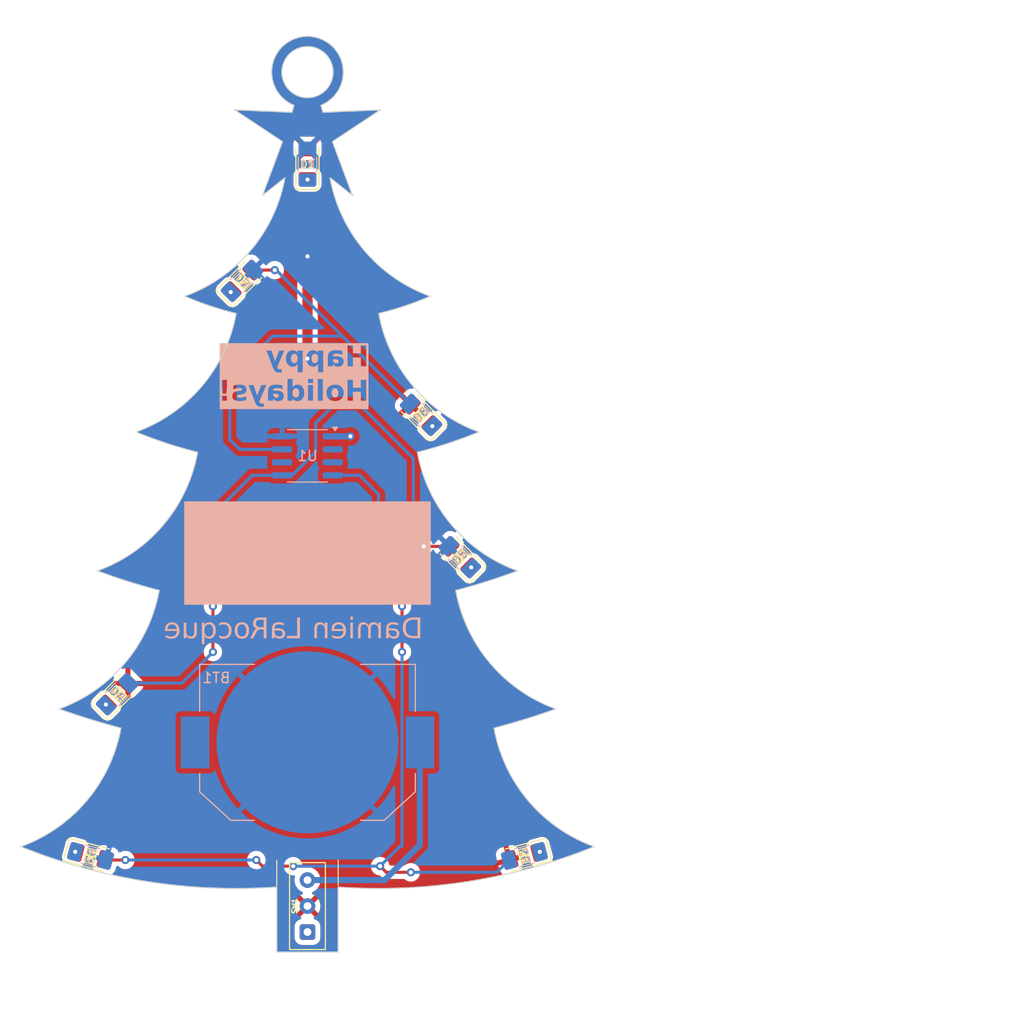
<source format=kicad_pcb>
(kicad_pcb (version 20240108) (generator "pcbnew") (generator_version "8.0")
  (title_block (title "Christmas Tree PCB") (date "2024-12-23") (company "Damien LaRocque") (comment 4 "Christmas Tree PCB Project - AtTiny"))
  (layers (0 "F.Cu" signal) (31 "B.Cu" signal) (34 "B.Paste" user) (35 "F.Paste" user) (36 "B.SilkS" user "B.Silkscreen") (37 "F.SilkS" user "F.Silkscreen") (38 "B.Mask" user) (39 "F.Mask" user) (44 "Edge.Cuts" user))
  (net 0 "")
  (net 1 "+3V0")
  (net 2 "GND")
  (net 3 "+BATT")
  (net 4 "Net-(D1-K)")
  (net 5 "Net-(D2-K)")
  (net 6 "Net-(D3-K)")
  (net 7 "/LED_A")
  (net 8 "Net-(D4-K)")
  (net 9 "Net-(D5-K)")
  (net 10 "/LED_B")
  (net 11 "Net-(D6-K)")
  (net 12 "Net-(D7-K)")
  (net 13 "/LED_C")
  (footprint "LED_SMD:LED_1206_3216Metric_Pad1.42x1.75mm_HandSolder" (layer "F.Cu") (at 111.4 117.8 45)
    (property "Reference" "D4" (at 0 0 -45) (layer "F.SilkS" knockout) (effects (font (size 0.8 0.8) (thickness 0.12))))
    (property "Value" "Red")
    (fp_line (start -2.46 -1.135) (end -2.46 1.135) (stroke (width 0.12)) (layer "F.SilkS"))
    (fp_line (start -2.46 1.135) (end 1.6 1.135) (stroke (width 0.12)) (layer "F.SilkS"))
    (fp_line (start 1.6 -1.135) (end -2.46 -1.135) (stroke (width 0.12)) (layer "F.SilkS"))
    (pad "1" smd roundrect (at -1.4875 0 45) (size 1.425 1.75) (layers "F.Cu" "F.Paste" "F.Mask") (roundrect_rratio 0.1754392982) (net 8 "Net-(D4-K)"))
    (pad "2" smd roundrect (at 1.4875 0 45) (size 1.425 1.75) (layers "F.Cu" "F.Paste" "F.Mask") (roundrect_rratio 0.1754392982) (net 1 "+3V0"))
  )
  (footprint "LED_SMD:LED_1206_3216Metric_Pad1.42x1.75mm_HandSolder" (layer "F.Cu") (at 130 66 90)
    (property "Reference" "D1" (at 0 0 0) (layer "F.SilkS") (effects (font (size 0.75 0.75) (thickness 0.12))))
    (property "Value" "Yellow")
    (fp_line (start 1.6 -1.135) (end -2.46 -1.135) (stroke (width 0.12)) (layer "F.SilkS"))
    (fp_line (start -2.46 -1.135) (end -2.46 1.135) (stroke (width 0.12)) (layer "F.SilkS"))
    (fp_line (start -2.46 1.135) (end 1.6 1.135) (stroke (width 0.12)) (layer "F.SilkS"))
    (pad "1" smd roundrect (at -1.4875 0 90) (size 1.425 1.75) (layers "F.Cu" "F.Paste" "F.Mask") (roundrect_rratio 0.1754392982) (net 4 "Net-(D1-K)"))
    (pad "2" smd roundrect (at 1.4875 0 90) (size 1.425 1.75) (layers "F.Cu" "F.Paste" "F.Mask") (roundrect_rratio 0.1754392982) (net 1 "+3V0"))
  )
  (footprint "LED_SMD:LED_1206_3216Metric_Pad1.42x1.75mm_HandSolder" (layer "F.Cu") (at 151.2 133.6 -165)
    (property "Reference" "D2" (at 0 0 105) (layer "F.SilkS" knockout) (effects (font (size 0.8 0.8) (thickness 0.12))))
    (property "Value" "Blue")
    (fp_line (start 1.6 -1.135) (end -2.46 -1.135) (stroke (width 0.12)) (layer "F.SilkS"))
    (fp_line (start -2.46 1.135) (end 1.6 1.135) (stroke (width 0.12)) (layer "F.SilkS"))
    (fp_line (start -2.46 -1.135) (end -2.46 1.135) (stroke (width 0.12)) (layer "F.SilkS"))
    (pad "1" smd roundrect (at -1.4875 0 195) (size 1.425 1.75) (layers "F.Cu" "F.Paste" "F.Mask") (roundrect_rratio 0.1754392982) (net 5 "Net-(D2-K)"))
    (pad "2" smd roundrect (at 1.4875 0 195) (size 1.425 1.75) (layers "F.Cu" "F.Paste" "F.Mask") (roundrect_rratio 0.1754392982) (net 1 "+3V0"))
  )
  (footprint "LED_SMD:LED_1206_3216Metric_Pad1.42x1.75mm_HandSolder" (layer "F.Cu") (at 144.9 104.4 135)
    (property "Reference" "D5" (at 0 0 45) (layer "F.SilkS" knockout) (effects (font (size 0.8 0.8) (thickness 0.12))))
    (property "Value" "Red")
    (fp_line (start 1.6 -1.135) (end -2.46 -1.135) (stroke (width 0.12)) (layer "F.SilkS"))
    (fp_line (start -2.46 -1.135) (end -2.46 1.135) (stroke (width 0.12)) (layer "F.SilkS"))
    (fp_line (start -2.46 1.135) (end 1.6 1.135) (stroke (width 0.12)) (layer "F.SilkS"))
    (pad "1" smd roundrect (at -1.4875 0 135) (size 1.425 1.75) (layers "F.Cu" "F.Paste" "F.Mask") (roundrect_rratio 0.1754392982) (net 9 "Net-(D5-K)"))
    (pad "2" smd roundrect (at 1.4875 0 135) (size 1.425 1.75) (layers "F.Cu" "F.Paste" "F.Mask") (roundrect_rratio 0.1754392982) (net 10 "/LED_B"))
  )
  (footprint "LED_SMD:LED_1206_3216Metric_Pad1.42x1.75mm_HandSolder" (layer "F.Cu") (at 141.1 90.5 135)
    (property "Reference" "D6" (at 0 0 45) (layer "F.SilkS" knockout) (effects (font (size 0.8 0.8) (thickness 0.12))))
    (property "Value" "Amber")
    (fp_line (start 1.6 -1.135) (end -2.46 -1.135) (stroke (width 0.12)) (layer "F.SilkS"))
    (fp_line (start -2.46 -1.135) (end -2.46 1.135) (stroke (width 0.12)) (layer "F.SilkS"))
    (fp_line (start -2.46 1.135) (end 1.6 1.135) (stroke (width 0.12)) (layer "F.SilkS"))
    (pad "1" smd roundrect (at -1.4875 0 135) (size 1.425 1.75) (layers "F.Cu" "F.Paste" "F.Mask") (roundrect_rratio 0.1754392982) (net 11 "Net-(D6-K)"))
    (pad "2" smd roundrect (at 1.4875 0 135) (size 1.425 1.75) (layers "F.Cu" "F.Paste" "F.Mask") (roundrect_rratio 0.1754392982) (net 1 "+3V0"))
  )
  (footprint "LED_SMD:LED_1206_3216Metric_Pad1.42x1.75mm_HandSolder" (layer "F.Cu") (at 123.6 77.4 45)
    (property "Reference" "D7" (at 0 0 135) (layer "F.SilkS" knockout) (effects (font (size 0.8 0.8) (thickness 0.12))))
    (property "Value" "Amber")
    (fp_line (start -2.46 -1.135) (end -2.46 1.135) (stroke (width 0.12)) (layer "F.SilkS"))
    (fp_line (start -2.46 1.135) (end 1.6 1.135) (stroke (width 0.12)) (layer "F.SilkS"))
    (fp_line (start 1.6 -1.135) (end -2.46 -1.135) (stroke (width 0.12)) (layer "F.SilkS"))
    (pad "1" smd roundrect (at -1.4875 0 45) (size 1.425 1.75) (layers "F.Cu" "F.Paste" "F.Mask") (roundrect_rratio 0.1754392982) (net 12 "Net-(D7-K)"))
    (pad "2" smd roundrect (at 1.4875 0 45) (size 1.425 1.75) (layers "F.Cu" "F.Paste" "F.Mask") (roundrect_rratio 0.1754392982) (net 13 "/LED_C"))
  )
  (footprint "christmas-tree:SS-12D00-TH" (layer "F.Cu") (at 130 138.5 90)
    (property "Reference" "SW1" (at 0 -1.25 90) (layer "F.SilkS") (effects (font (size 0.5 0.5) (thickness 0.125) (bold yes))))
    (property "Value" "SS12D00G")
    (fp_rect (start -4.25 -1.75) (end 4.25 1.75) (stroke (width 0.12)) (fill none) (layer "F.SilkS"))
    (pad "1" thru_hole roundrect (at -2.54 0 90) (size 1.524 1.524) (drill 0.762) (layers "*.Cu" "*.Mask") (roundrect_rratio 0.1640419948))
    (pad "2" thru_hole circle (at 0 0 90) (size 1.524 1.524) (drill 0.762) (layers "*.Cu" "*.Mask") (net 1 "+3V0"))
    (pad "3" thru_hole circle (at 2.54 0 90) (size 1.524 1.524) (drill 0.762) (layers "*.Cu" "*.Mask") (net 3 "+BATT"))
  )
  (footprint "LED_SMD:LED_1206_3216Metric_Pad1.42x1.75mm_HandSolder" (layer "F.Cu") (at 108.8 133.6 -15)
    (property "Reference" "D3" (at 0 0 -105) (layer "F.SilkS" knockout) (effects (font (size 0.8 0.8) (thickness 0.12))))
    (property "Value" "Blue")
    (fp_line (start -2.46 1.135) (end 1.6 1.135) (stroke (width 0.12)) (layer "F.SilkS"))
    (fp_line (start -2.46 -1.135) (end -2.46 1.135) (stroke (width 0.12)) (layer "F.SilkS"))
    (fp_line (start 1.6 -1.135) (end -2.46 -1.135) (stroke (width 0.12)) (layer "F.SilkS"))
    (pad "1" smd roundrect (at -1.4875 0 345) (size 1.425 1.75) (layers "F.Cu" "F.Paste" "F.Mask") (roundrect_rratio 0.1754392982) (net 6 "Net-(D3-K)"))
    (pad "2" smd roundrect (at 1.4875 0 345) (size 1.425 1.75) (layers "F.Cu" "F.Paste" "F.Mask") (roundrect_rratio 0.1754392982) (net 7 "/LED_A"))
  )
  (footprint "Resistor_SMD:R_1206_3216Metric_Pad1.30x1.75mm_HandSolder" (layer "B.Cu") (at 151.2 133.6 -165)
    (property "Reference" "R2" (at 0 0 105) (layer "B.SilkS") (effects (font (size 0.8 0.8) (thickness 0.12)) (justify mirror)))
    (property "Value" "1k")
    (fp_line (start -0.727066 0.91) (end 0.727064 0.909999) (stroke (width 0.12)) (layer "B.SilkS"))
    (fp_line (start -0.727064 -0.909999) (end 0.727066 -0.91) (stroke (width 0.12)) (layer "B.SilkS"))
    (pad "1" smd roundrect (at -1.55 0 195) (size 1.3 1.75) (layers "B.Cu" "B.Paste" "B.Mask") (roundrect_rratio 0.1923076923) (net 5 "Net-(D2-K)"))
    (pad "2" smd roundrect (at 1.55 0 195) (size 1.3 1.75) (layers "B.Cu" "B.Paste" "B.Mask") (roundrect_rratio 0.1923076923) (net 7 "/LED_A"))
  )
  (footprint "Package_SO:SOIC-8_3.9x4.9mm_P1.27mm" (layer "B.Cu") (at 130 94.5 180)
    (property "Reference" "U1" (at 0 0 0) (layer "B.SilkS") (effects (justify mirror)))
    (property "Value" "ATtiny202-SS")
    (fp_line (start 1.95 2.56) (end 0 2.56) (stroke (width 0.12)) (layer "B.SilkS"))
    (fp_line (start 1.95 -2.56) (end 0 -2.56) (stroke (width 0.12)) (layer "B.SilkS"))
    (fp_line (start -1.95 2.56) (end 0 2.56) (stroke (width 0.12)) (layer "B.SilkS"))
    (fp_line (start -1.95 -2.56) (end 0 -2.56) (stroke (width 0.12)) (layer "B.SilkS"))
    (fp_poly (pts (xy -2.7 2.465) (xy -2.94 2.795) (xy -2.46 2.795) (xy -2.7 2.465)) (stroke (width 0.12)) (fill solid) (layer "B.SilkS"))
    (pad "1" smd roundrect (at -2.475 1.905 180) (size 1.95 0.6) (layers "B.Cu" "B.Paste" "B.Mask") (net 1 "+3V0"))
    (pad "2" smd roundrect (at -2.475 0.635 180) (size 1.95 0.6) (layers "B.Cu" "B.Paste" "B.Mask"))
    (pad "3" smd roundrect (at -2.475 -0.635 180) (size 1.95 0.6) (layers "B.Cu" "B.Paste" "B.Mask"))
    (pad "4" smd roundrect (at -2.475 -1.905 180) (size 1.95 0.6) (layers "B.Cu" "B.Paste" "B.Mask") (net 7 "/LED_A"))
    (pad "5" smd roundrect (at 2.475 -1.905 180) (size 1.95 0.6) (layers "B.Cu" "B.Paste" "B.Mask") (net 10 "/LED_B"))
    (pad "6" smd roundrect (at 2.475 -0.635 180) (size 1.95 0.6) (layers "B.Cu" "B.Paste" "B.Mask"))
    (pad "7" smd roundrect (at 2.475 0.635 180) (size 1.95 0.6) (layers "B.Cu" "B.Paste" "B.Mask") (net 13 "/LED_C"))
    (pad "8" smd roundrect (at 2.475 1.905 180) (size 1.95 0.6) (layers "B.Cu" "B.Paste" "B.Mask") (net 2 "GND"))
  )
  (footprint "Resistor_SMD:R_1206_3216Metric_Pad1.30x1.75mm_HandSolder" (layer "B.Cu") (at 130 66 90)
    (property "Reference" "R1" (at 0 0 0) (layer "B.SilkS") (effects (font (size 0.75 0.75) (thickness 0.12)) (justify mirror)))
    (property "Value" "1k")
    (fp_line (start -0.727064 -0.91) (end 0.727064 -0.91) (stroke (width 0.12)) (layer "B.SilkS"))
    (fp_line (start -0.727064 0.91) (end 0.727064 0.91) (stroke (width 0.12)) (layer "B.SilkS"))
    (pad "1" smd roundrect (at -1.55 0 90) (size 1.3 1.75) (layers "B.Cu" "B.Paste" "B.Mask") (roundrect_rratio 0.1923076923) (net 4 "Net-(D1-K)"))
    (pad "2" smd roundrect (at 1.55 0 90) (size 1.3 1.75) (layers "B.Cu" "B.Paste" "B.Mask") (roundrect_rratio 0.1923076923) (net 2 "GND"))
  )
  (footprint "Resistor_SMD:R_1206_3216Metric_Pad1.30x1.75mm_HandSolder" (layer "B.Cu") (at 144.9 104.4 135)
    (property "Reference" "R5" (at 0 0 -135) (layer "B.SilkS") (effects (font (size 0.8 0.8) (thickness 0.12)) (justify mirror)))
    (property "Value" "1k")
    (fp_line (start -0.727064 -0.91) (end 0.727064 -0.91) (stroke (width 0.12)) (layer "B.SilkS"))
    (fp_line (start -0.727064 0.91) (end 0.727064 0.91) (stroke (width 0.12)) (layer "B.SilkS"))
    (pad "1" smd roundrect (at -1.550001 0 135) (size 1.3 1.75) (layers "B.Cu" "B.Paste" "B.Mask") (roundrect_rratio 0.1923076923) (net 9 "Net-(D5-K)"))
    (pad "2" smd roundrect (at 1.550001 0 135) (size 1.3 1.75) (layers "B.Cu" "B.Paste" "B.Mask") (roundrect_rratio 0.1923076923) (net 2 "GND"))
  )
  (footprint "christmas-tree:BAT_BK-912" (layer "B.Cu") (at 130 122.5)
    (property "Reference" "BT1" (at -8.9 -6.3 180) (layer "B.SilkS") (effects (justify mirror)))
    (property "Value" "CR2032")
    (fp_line (start -10.54 -7.62) (end -5.18 -7.62) (stroke (width 0.127)) (layer "B.SilkS"))
    (fp_line (start -10.54 -3.04) (end -10.54 -7.62) (stroke (width 0.127)) (layer "B.SilkS"))
    (fp_line (start -10.54 4.83) (end -10.54 3.04) (stroke (width 0.127)) (layer "B.SilkS"))
    (fp_line (start -7.49 7.62) (end -10.54 4.83) (stroke (width 0.127)) (layer "B.SilkS"))
    (fp_line (start -5.18 7.62) (end -7.49 7.62) (stroke (width 0.127)) (layer "B.SilkS"))
    (fp_line (start 5.18 -7.62) (end 10.54 -7.62) (stroke (width 0.127)) (layer "B.SilkS"))
    (fp_line (start 7.49 7.62) (end 5.18 7.62) (stroke (width 0.127)) (layer "B.SilkS"))
    (fp_line (start 10.54 -7.62) (end 10.54 -3.04) (stroke (width 0.127)) (layer "B.SilkS"))
    (fp_line (start 10.54 3.04) (end 10.54 4.83) (stroke (width 0.127)) (layer "B.SilkS"))
    (fp_line (start 10.54 4.83) (end 7.49 7.62) (stroke (width 0.127)) (layer "B.SilkS"))
    (pad "+" smd rect (at -10.985 0) (size 2.79 5.08) (layers "B.Cu" "B.Paste" "B.Mask"))
    (pad "+" smd rect (at 10.985 0 180) (size 2.79 5.08) (layers "B.Cu" "B.Paste" "B.Mask") (net 3 "+BATT"))
    (pad "-" smd circle (at 0 0) (size 17.78 17.78) (layers "B.Cu" "B.Mask") (net 2 "GND"))
  )
  (footprint "Resistor_SMD:R_1206_3216Metric_Pad1.30x1.75mm_HandSolder" (layer "B.Cu") (at 111.4 117.8 45)
    (property "Reference" "R4" (at 0 0 135) (layer "B.SilkS") (effects (font (size 0.8 0.8) (thickness 0.12)) (justify mirror)))
    (property "Value" "1k")
    (fp_line (start -0.727064 -0.91) (end 0.727064 -0.91) (stroke (width 0.12)) (layer "B.SilkS"))
    (fp_line (start -0.727064 0.91) (end 0.727064 0.91) (stroke (width 0.12)) (layer "B.SilkS"))
    (pad "1" smd roundrect (at -1.550001 0 45) (size 1.3 1.75) (layers "B.Cu" "B.Paste" "B.Mask") (roundrect_rratio 0.1923076923) (net 8 "Net-(D4-K)"))
    (pad "2" smd roundrect (at 1.550001 0 45) (size 1.3 1.75) (layers "B.Cu" "B.Paste" "B.Mask") (roundrect_rratio 0.1923076923) (net 10 "/LED_B"))
  )
  (footprint "Resistor_SMD:R_1206_3216Metric_Pad1.30x1.75mm_HandSolder" (layer "B.Cu") (at 108.8 133.6 -15)
    (property "Reference" "R3" (at 0 0 -105) (layer "B.SilkS") (effects (font (size 0.8 0.8) (thickness 0.12)) (justify mirror)))
    (property "Value" "1k")
    (fp_line (start -0.727064 0.909999) (end 0.727066 0.91) (stroke (width 0.12)) (layer "B.SilkS"))
    (fp_line (start -0.727066 -0.91) (end 0.727064 -0.909999) (stroke (width 0.12)) (layer "B.SilkS"))
    (pad "1" smd roundrect (at -1.55 0 345) (size 1.3 1.75) (layers "B.Cu" "B.Paste" "B.Mask") (roundrect_rratio 0.1923076923) (net 6 "Net-(D3-K)"))
    (pad "2" smd roundrect (at 1.55 0 345) (size 1.3 1.75) (layers "B.Cu" "B.Paste" "B.Mask") (roundrect_rratio 0.1923076923) (net 2 "GND"))
  )
  (footprint "Resistor_SMD:R_1206_3216Metric_Pad1.30x1.75mm_HandSolder" (layer "B.Cu") (at 141.1 90.5 135)
    (property "Reference" "R6" (at 0 0 -135) (layer "B.SilkS") (effects (font (size 0.8 0.8) (thickness 0.12)) (justify mirror)))
    (property "Value" "1k")
    (fp_line (start -0.727064 -0.91) (end 0.727064 -0.91) (stroke (width 0.12)) (layer "B.SilkS"))
    (fp_line (start -0.727064 0.91) (end 0.727064 0.91) (stroke (width 0.12)) (layer "B.SilkS"))
    (pad "1" smd roundrect (at -1.550001 0 135) (size 1.3 1.75) (layers "B.Cu" "B.Paste" "B.Mask") (roundrect_rratio 0.1923076923) (net 11 "Net-(D6-K)"))
    (pad "2" smd roundrect (at 1.550001 0 135) (size 1.3 1.75) (layers "B.Cu" "B.Paste" "B.Mask") (roundrect_rratio 0.1923076923) (net 13 "/LED_C"))
  )
  (footprint "Resistor_SMD:R_1206_3216Metric_Pad1.30x1.75mm_HandSolder" (layer "B.Cu") (at 123.6 77.4 45)
    (property "Reference" "R7" (at 0 0 135) (layer "B.SilkS") (effects (font (size 0.8 0.8) (thickness 0.12)) (justify mirror)))
    (property "Value" "1k")
    (fp_line (start -0.727064 -0.91) (end 0.727064 -0.91) (stroke (width 0.12)) (layer "B.SilkS"))
    (fp_line (start -0.727064 0.91) (end 0.727064 0.91) (stroke (width 0.12)) (layer "B.SilkS"))
    (pad "1" smd roundrect (at -1.550001 0 45) (size 1.3 1.75) (layers "B.Cu" "B.Paste" "B.Mask") (roundrect_rratio 0.1923076923) (net 12 "Net-(D7-K)"))
    (pad "2" smd roundrect (at 1.550001 0 45) (size 1.3 1.75) (layers "B.Cu" "B.Paste" "B.Mask") (roundrect_rratio 0.1923076923) (net 2 "GND"))
  )
  (gr_rect (start 118 99) (end 142 109) (stroke (width 0.1)) (fill solid) (layer "B.SilkS"))
  (gr_line (start 133 134) (end 133 136.5) (stroke (width 0.1)) (layer "F.SilkS"))
  (gr_line (start 127 134) (end 127 136.5) (stroke (width 0.1)) (layer "F.SilkS"))
  (gr_arc (start 119.257993 94.15172) (mid 116.209785 93.267914) (end 113.233077 92.167052) (stroke (width 0.1)) (layer "Edge.Cuts"))
  (gr_line (start 128.682013 60.242362) (end 128.492331 60.924871) (stroke (width 0.1)) (layer "Edge.Cuts"))
  (gr_line (start 131.507669 60.924871) (end 137.132924 60.682373) (stroke (width 0.1)) (layer "Edge.Cuts"))
  (gr_arc (start 127 136.643843) (mid 114.259763 136.095972) (end 101.970993 132.690104) (stroke (width 0.1)) (layer "Edge.Cuts"))
  (gr_arc (start 142 78.9) (mid 135.550178 74.420546) (end 132.204195 67.316314) (stroke (width 0.1)) (layer "Edge.Cuts"))
  (gr_arc (start 123.028882 80.583366) (mid 120.477172 79.853021) (end 118 78.9) (stroke (width 0.1)) (layer "Edge.Cuts"))
  (gr_arc (start 111.766799 121.106418) (mid 108.420816 128.21065) (end 101.970993 132.690104) (stroke (width 0.1)) (layer "Edge.Cuts"))
  (gr_arc (start 150.537812 105.735406) (mid 147.541804 106.77538) (end 144.493499 107.65028) (stroke (width 0.1)) (layer "Edge.Cuts"))
  (gr_arc (start 128.682013 60.242362) (mid 130 53.5) (end 131.317987 60.242362) (stroke (width 0.1)) (layer "Edge.Cuts"))
  (gr_arc (start 115.506501 107.65028) (mid 112.160518 114.754512) (end 105.710696 119.233966) (stroke (width 0.1)) (layer "Edge.Cuts"))
  (gr_line (start 132.204195 67.316314) (end 134.408389 69.067627) (stroke (width 0.1)) (layer "Edge.Cuts"))
  (gr_circle (center 130 57) (end 127.5 57) (stroke (width 0.1)) (fill none) (layer "Edge.Cuts"))
  (gr_line (start 132.43946 63.792629) (end 134.408389 69.067627) (stroke (width 0.1)) (layer "Edge.Cuts"))
  (gr_arc (start 119.257993 94.15172) (mid 115.91201 101.255952) (end 109.462188 105.735406) (stroke (width 0.1)) (layer "Edge.Cuts"))
  (gr_line (start 133 136.643843) (end 133 143) (stroke (width 0.1)) (layer "Edge.Cuts"))
  (gr_line (start 132.43946 63.792629) (end 137.132924 60.682373) (stroke (width 0.1)) (layer "Edge.Cuts"))
  (gr_arc (start 150.537812 105.735406) (mid 144.08799 101.255952) (end 140.742007 94.15172) (stroke (width 0.1)) (layer "Edge.Cuts"))
  (gr_arc (start 154.289304 119.233966) (mid 147.839482 114.754512) (end 144.493499 107.65028) (stroke (width 0.1)) (layer "Edge.Cuts"))
  (gr_arc (start 146.766923 92.167052) (mid 143.790215 93.267914) (end 140.742007 94.15172) (stroke (width 0.1)) (layer "Edge.Cuts"))
  (gr_line (start 127.56054 63.792629) (end 122.867076 60.682373) (stroke (width 0.1)) (layer "Edge.Cuts"))
  (gr_line (start 122.867076 60.682373) (end 128.492331 60.924871) (stroke (width 0.1)) (layer "Edge.Cuts"))
  (gr_line (start 127 143) (end 133 143) (stroke (width 0.1)) (layer "Edge.Cuts"))
  (gr_arc (start 123.028882 80.583366) (mid 119.682899 87.687598) (end 113.233077 92.167052) (stroke (width 0.1)) (layer "Edge.Cuts"))
  (gr_arc (start 158.029007 132.690104) (mid 151.579184 128.21065) (end 148.233201 121.106418) (stroke (width 0.1)) (layer "Edge.Cuts"))
  (gr_line (start 127 136.643843) (end 127 143) (stroke (width 0.1)) (layer "Edge.Cuts"))
  (gr_line (start 131.507669 60.924871) (end 131.317987 60.242362) (stroke (width 0.1)) (layer "Edge.Cuts"))
  (gr_line (start 127.795805 67.316314) (end 125.591611 69.067627) (stroke (width 0.1)) (layer "Edge.Cuts"))
  (gr_arc (start 127.795805 67.316314) (mid 124.449822 74.420546) (end 118 78.9) (stroke (width 0.1)) (layer "Edge.Cuts"))
  (gr_arc (start 146.766923 92.167052) (mid 140.317101 87.687598) (end 136.971118 80.583366) (stroke (width 0.1)) (layer "Edge.Cuts"))
  (gr_arc (start 154.289304 119.233966) (mid 151.281856 120.236829) (end 148.233201 121.106418) (stroke (width 0.1)) (layer "Edge.Cuts"))
  (gr_arc (start 115.506501 107.65028) (mid 112.458196 106.77538) (end 109.462188 105.735406) (stroke (width 0.1)) (layer "Edge.Cuts"))
  (gr_arc (start 111.766799 121.106418) (mid 108.718144 120.236829) (end 105.710696 119.233966) (stroke (width 0.1)) (layer "Edge.Cuts"))
  (gr_arc (start 158.029007 132.690104) (mid 145.740237 136.095972) (end 133 136.643843) (stroke (width 0.1)) (layer "Edge.Cuts"))
  (gr_arc (start 142 78.9) (mid 139.522828 79.853021) (end 136.971118 80.583366) (stroke (width 0.1)) (layer "Edge.Cuts"))
  (gr_line (start 125.591611 69.067627) (end 127.56054 63.792629) (stroke (width 0.1)) (layer "Edge.Cuts"))
  (gr_text "Damien LaRocque" (at 141.3 111.5 0) (layer "B.SilkS") (effects (font (size 2 2) (thickness 0.153) (italic yes)) (justify left mirror)))
  (gr_text "Happy\nHolidays!" (at 136 86.6 0) (layer "B.SilkS" knockout) (effects (font (size 2 2) (thickness 0.25)) (justify left mirror)))
  (via (at 134.2 92.595) (size 0.8) (drill 0.4) (layers "F.Cu" "B.Cu") (net 1))
  (segment (start 132.475 92.595) (end 134.2 92.595) (width 0.6) (layer "B.Cu") (net 1))
  (segment (start 130 85) (end 130 75) (width 1) (layer "F.Cu") (net 2))
  (via (at 130 85) (size 0.8) (drill 0.4) (layers "F.Cu" "B.Cu") (net 2))
  (via (at 130 75) (size 0.8) (drill 0.4) (layers "F.Cu" "B.Cu") (net 2))
  (segment (start 137.54 135.96) (end 140.985 132.515) (width 0.6) (layer "B.Cu") (net 3))
  (segment (start 130 135.96) (end 137.54 135.96) (width 0.6) (layer "B.Cu") (net 3))
  (segment (start 140.985 132.515) (end 140.985 122.5) (width 0.6) (layer "B.Cu") (net 3))
  (via (at 130 67.5) (size 0.8) (drill 0.4) (layers "F.Cu" "B.Cu") (net 4))
  (via (at 152.7 133.2) (size 0.8) (drill 0.4) (layers "F.Cu" "B.Cu") (net 5))
  (via (at 107.3 133.2) (size 0.8) (drill 0.4) (layers "F.Cu" "B.Cu") (net 6))
  (segment (start 125.6 134.6) (end 125 134) (width 0.3) (layer "F.Cu") (net 7))
  (segment (start 140.1 135.2) (end 137.7 135.2) (width 0.3) (layer "F.Cu") (net 7))
  (segment (start 128.6 134.6) (end 125.6 134.6) (width 0.3) (layer "F.Cu") (net 7))
  (segment (start 139.24 109.23) (end 139.24 113.67) (width 0.3) (layer "F.Cu") (net 7))
  (segment (start 137.7 135.2) (end 137.1 134.6) (width 0.3) (layer "F.Cu") (net 7))
  (segment (start 112.2 134) (end 110.251822 134) (width 0.3) (layer "F.Cu") (net 7))
  (via (at 112.2 134) (size 0.8) (drill 0.4) (layers "F.Cu" "B.Cu") (net 7))
  (via (at 139.24 109.2) (size 0.8) (drill 0.4) (layers "F.Cu" "B.Cu") (net 7))
  (via (at 128.6 134.6) (size 0.8) (drill 0.4) (layers "F.Cu" "B.Cu") (net 7))
  (via (at 139.24 113.67) (size 0.8) (drill 0.4) (layers "F.Cu" "B.Cu") (net 7))
  (via (at 140.1 135.2) (size 0.8) (drill 0.4) (layers "F.Cu" "B.Cu") (net 7))
  (via (at 125 134) (size 0.8) (drill 0.4) (layers "F.Cu" "B.Cu") (net 7))
  (via (at 137.1 134.6) (size 0.8) (drill 0.4) (layers "F.Cu" "B.Cu") (net 7))
  (segment (start 136.945 106.905) (end 136.945 98.25) (width 0.3) (layer "B.Cu") (net 7))
  (segment (start 125 134) (end 112.2 134) (width 0.3) (layer "B.Cu") (net 7))
  (segment (start 139.24 113.67) (end 139.24 132.67) (width 0.3) (layer "B.Cu") (net 7))
  (segment (start 139.24 109.2) (end 136.945 106.905) (width 0.3) (layer "B.Cu") (net 7))
  (segment (start 136.945 98.25) (end 135.1 96.405) (width 0.3) (layer "B.Cu") (net 7))
  (segment (start 135.1 96.405) (end 132.475 96.405) (width 0.3) (layer "B.Cu") (net 7))
  (segment (start 128.6 134.6) (end 137.1 134.6) (width 0.3) (layer "B.Cu") (net 7))
  (segment (start 148.503985 135.2) (end 140.1 135.2) (width 0.3) (layer "B.Cu") (net 7))
  (segment (start 139.24 132.46) (end 137.1 134.6) (width 0.3) (layer "B.Cu") (net 7))
  (segment (start 149.702815 134.00117) (end 148.503985 135.2) (width 0.3) (layer "B.Cu") (net 7))
  (via (at 110.3 118.8) (size 0.8) (drill 0.4) (layers "F.Cu" "B.Cu") (net 8))
  (via (at 146 105.4) (size 0.8) (drill 0.4) (layers "F.Cu" "B.Cu") (net 9))
  (segment (start 141.35 103.35) (end 143.846358 103.35) (width 0.3) (layer "F.Cu") (net 10))
  (segment (start 120.76 109.23) (end 120.76 113.67) (width 0.3) (layer "F.Cu") (net 10))
  (via (at 120.76 113.67) (size 0.8) (drill 0.4) (layers "F.Cu" "B.Cu") (net 10))
  (via (at 120.76 109.2) (size 0.8) (drill 0.4) (layers "F.Cu" "B.Cu") (net 10))
  (via (at 141.35 103.35) (size 0.8) (drill 0.4) (layers "F.Cu" "B.Cu") (net 10))
  (segment (start 112.496016 116.703984) (end 117.726016 116.703984) (width 0.3) (layer "B.Cu") (net 10))
  (segment (start 140.345 94.745) (end 135 89.4) (width 0.3) (layer "B.Cu") (net 10))
  (segment (start 135 89.4) (end 132.7 89.4) (width 0.3) (layer "B.Cu") (net 10))
  (segment (start 130.8 91.3) (end 130.8 94.104999) (width 0.3) (layer "B.Cu") (net 10))
  (segment (start 117.726016 116.703984) (end 120.76 113.67) (width 0.3) (layer "B.Cu") (net 10))
  (segment (start 140.345 102.345) (end 140.345 94.745) (width 0.3) (layer "B.Cu") (net 10))
  (segment (start 120.76 100.245) (end 124.6 96.405) (width 0.3) (layer "B.Cu") (net 10))
  (segment (start 127.525 96.405) (end 124.6 96.405) (width 0.3) (layer "B.Cu") (net 10))
  (segment (start 132.7 89.4) (end 130.8 91.3) (width 0.3) (layer "B.Cu") (net 10))
  (segment (start 120.76 109.2) (end 120.76 100.245) (width 0.3) (layer "B.Cu") (net 10))
  (segment (start 128.499999 96.405) (end 127.525 96.405) (width 0.3) (layer "B.Cu") (net 10))
  (segment (start 141.35 103.35) (end 140.345 102.345) (width 0.3) (layer "B.Cu") (net 10))
  (segment (start 130.8 94.104999) (end 128.499999 96.405) (width 0.3) (layer "B.Cu") (net 10))
  (via (at 142.2 91.6) (size 0.8) (drill 0.4) (layers "F.Cu" "B.Cu") (net 11))
  (via (at 122.5 78.5) (size 0.8) (drill 0.4) (layers "F.Cu" "B.Cu") (net 12))
  (segment (start 126.8 76.348179) (end 124.651821 76.348179) (width 0.3) (layer "F.Cu") (net 13))
  (via (at 126.8 76.348179) (size 0.8) (drill 0.4) (layers "F.Cu" "B.Cu") (net 13))
  (segment (start 137.4 86.8) (end 126.948179 76.348179) (width 0.3) (layer "B.Cu") (net 13))
  (segment (start 133.4 82.8) (end 137.4 86.8) (width 0.3) (layer "B.Cu") (net 13))
  (segment (start 137.4 86.8) (end 140.003984 89.403984) (width 0.3) (layer "B.Cu") (net 13))
  (segment (start 126.948179 76.348179) (end 126.8 76.348179) (width 0.3) (layer "B.Cu") (net 13))
  (segment (start 127.525 93.865) (end 123.365 93.865) (width 0.3) (layer "B.Cu") (net 13))
  (segment (start 122.4 92.9) (end 122.4 87) (width 0.3) (layer "B.Cu") (net 13))
  (segment (start 122.4 87) (end 126.6 82.8) (width 0.3) (layer "B.Cu") (net 13))
  (segment (start 126.6 82.8) (end 133.4 82.8) (width 0.3) (layer "B.Cu") (net 13))
  (segment (start 123.365 93.865) (end 122.4 92.9) (width 0.3) (layer "B.Cu") (net 13))
  (zone (net 1) (net_name "+3V0") (layer "F.Cu") (connect_pads (clearance 0.5)) (min_thickness 0.25) (fill yes (thermal_gap 0.5) (thermal_bridge_width 0.5))
    (polygon (pts (xy 101 53) (xy 159 53) (xy 159 145) (xy 101 145)))
  )
  (zone (net 2) (net_name "GND") (layer "B.Cu") (connect_pads (clearance 0.5)) (min_thickness 0.25) (fill yes (thermal_gap 0.5) (thermal_bridge_width 0.5))
    (polygon (pts (xy 101 53) (xy 159 53) (xy 159 145) (xy 101 145)))
  )
)
</source>
